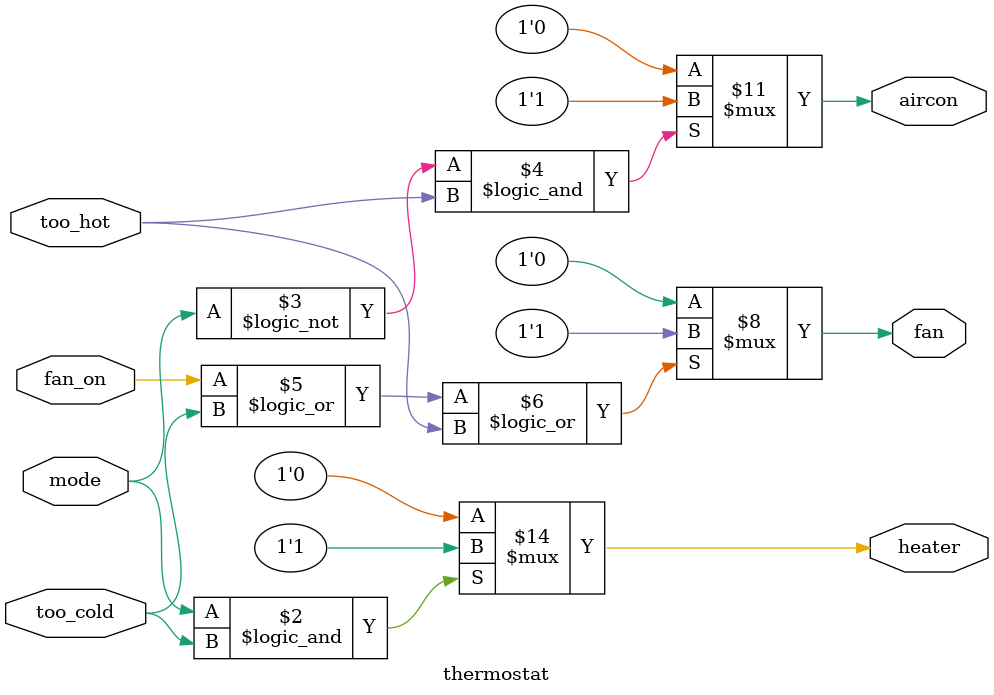
<source format=sv>
module thermostat(
    input mode,
    input too_cold,
    input too_hot,
    input fan_on,
    output reg heater,
    output reg aircon,
    output reg fan
);

    always @(*) begin
        heater = 0;
        aircon = 0;
        fan = 0;

        if (mode && too_cold)
            heater = 1;

        if (!mode && too_hot)
            aircon = 1;

        if (fan_on || too_cold || too_hot)
            fan = 1;
    end

endmodule

</source>
